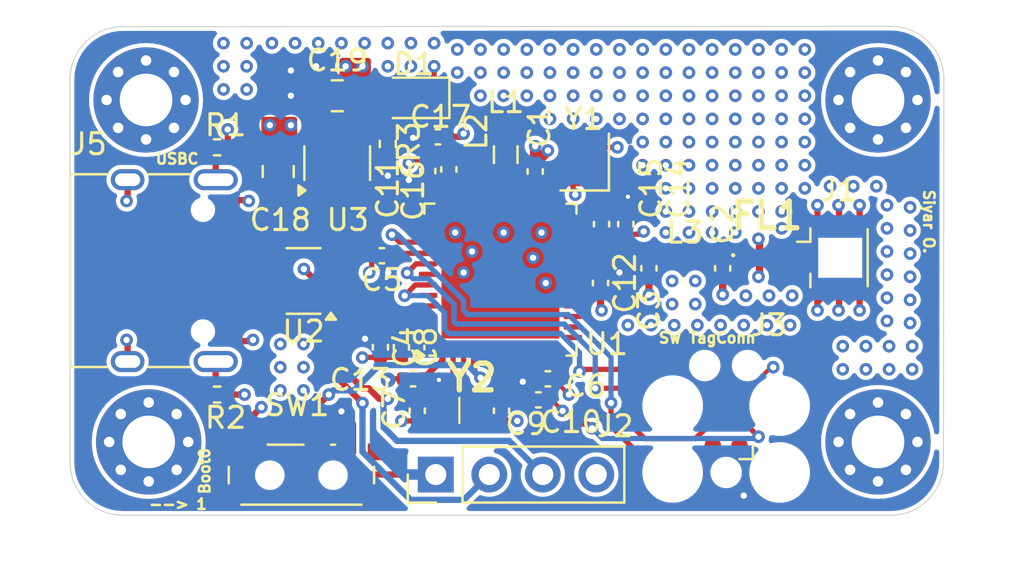
<source format=kicad_pcb>
(kicad_pcb (version 20240108) (generator "pcbnew") (generator_version "8.0")
  (layers (0 "F.Cu" signal) (1 "In1.Cu" power) (2 "In2.Cu" power) (31 "B.Cu" signal) (34 "B.Paste" user) (35 "F.Paste" user) (36 "B.SilkS" user "B.Silkscreen") (37 "F.SilkS" user "F.Silkscreen") (38 "B.Mask" user) (39 "F.Mask" user) (44 "Edge.Cuts" user))
  (net 0 "")
  (net 1 "VFBSMPS")
  (net 2 "GND")
  (net 3 "RF1")
  (net 4 "+3.3V")
  (net 5 "NRST")
  (net 6 "Net-(D1-A)")
  (net 7 "/USART1_Tx")
  (net 8 "/USART1_Rx")
  (net 11 "Net-(L1-Pad1)")
  (net 12 "VLXSMPS")
  (net 13 "/Boot0")
  (net 37 "/RF_MATCH")
  (net 38 "/LSE_in")
  (net 39 "/LSE_out")
  (net 40 "+5V")
  (net 41 "/RF_ANT")
  (net 42 "/SWO")
  (net 43 "/SWCLK")
  (net 44 "/SWDIO")
  (net 45 "/USB_D-")
  (net 46 "/USB_CC1")
  (net 47 "/USB_D+")
  (net 48 "/USB_CC2")
  (net 49 "/HSE_in")
  (net 50 "/HSE_out")
  (net 51 "/USBC_D-")
  (net 52 "/USBC_D+")
  (footprint "Resistor_SMD:R_0402_1005Metric" (layer "F.Cu") (at 140.5 120)
    (property "Reference" "R2")
    (property "Value" "5k1")
  )
  (footprint "Inductor_SMD:L_0402_1005Metric" (layer "F.Cu") (at 162.75 113.5 180)
    (property "Reference" "L3")
    (property "Value" "2.7n")
  )
  (footprint "FP:LPF" (layer "F.Cu") (at 166.25 113.477)
    (property "Reference" "FL1")
    (property "Value" "DLF162500LT-5028A1" (hide yes))
  )
  (footprint "Capacitor_SMD:C_0402_1005Metric" (layer "F.Cu") (at 151.5 109.3 90)
    (property "Reference" "C16")
    (property "Value" "100p")
  )
  (footprint "Connector_USB:USB_C_Receptacle_XKB_U262-16XN-4BVC11" (layer "F.Cu") (at 137.325 114.11 -90)
    (property "Reference" "J5")
    (property "Value" "USB_C_Receptacle_USB2.0_16P")
  )
  (footprint "Capacitor_SMD:C_0402_1005Metric" (layer "F.Cu") (at 158.7 114.7 -90)
    (property "Reference" "C12")
    (property "Value" "100n")
  )
  (footprint "Capacitor_SMD:C_0402_1005Metric" (layer "F.Cu") (at 155.75 120.25)
    (property "Reference" "C10")
    (property "Value" "0.1u")
  )
  (footprint "Capacitor_SMD:C_0402_1005Metric" (layer "F.Cu") (at 150.98 107.75)
    (property "Reference" "C17")
    (property "Value" "4u7")
  )
  (footprint "Capacitor_SMD:C_0402_1005Metric" (layer "F.Cu") (at 155.6 109.4 90)
    (property "Reference" "C1")
    (property "Value" "4u7")
  )
  (footprint "Capacitor_SMD:C_0402_1005Metric" (layer "F.Cu") (at 164.5 114 -90)
    (property "Reference" "C2")
    (property "Value" "0.3p")
  )
  (footprint "MountingHole:MountingHole_2.5mm_Pad_Via" (layer "F.Cu") (at 171.875 122.25)
    (property "Reference" "H3" (hide yes))
    (property "Value" "MountingHole_Pad")
  )
  (footprint "Package_TO_SOT_SMD:SOT-23-6" (layer "F.Cu") (at 144.6 114.6 180)
    (property "Reference" "U2")
    (property "Value" "USBLC6-2SC6")
  )
  (footprint "Capacitor_SMD:C_0402_1005Metric" (layer "F.Cu") (at 156.2 119.25)
    (property "Reference" "C6")
    (property "Value" "100n")
  )
  (footprint "Capacitor_SMD:C_0402_1005Metric" (layer "F.Cu") (at 149.8 119.25 180)
    (property "Reference" "C13")
    (property "Value" "100n")
  )
  (footprint "Capacitor_SMD:C_0402_1005Metric" (layer "F.Cu") (at 148.25 117.75 -90)
    (property "Reference" "C4")
    (property "Value" "4u7")
  )
  (footprint "MountingHole:MountingHole_2.5mm_Pad_Via" (layer "F.Cu") (at 137.25 122.25)
    (property "Reference" "H2" (hide yes))
    (property "Value" "MountingHole_Pad")
  )
  (footprint "Inductor_SMD:L_0805_2012Metric" (layer "F.Cu") (at 154.2 108.6 -90)
    (property "Reference" "L1")
    (property "Value" "10u")
  )
  (footprint "Capacitor_SMD:C_0805_2012Metric" (layer "F.Cu") (at 146.2 105.8)
    (property "Reference" "C19")
    (property "Value" "4u7")
  )
  (footprint "Connector_Coaxial:U.FL_Hirose_U.FL-R-SMT-1_Vertical" (layer "F.Cu") (at 169.55 113.5)
    (property "Reference" "J1")
    (property "Value" "Conn_Coaxial")
  )
  (footprint "LED_SMD:LED_0805_2012Metric" (layer "F.Cu") (at 149.84 105.9 180)
    (property "Reference" "D1")
    (property "Value" "GR")
  )
  (footprint "Capacitor_SMD:C_0805_2012Metric" (layer "F.Cu") (at 143.4 109.4 90)
    (property "Reference" "C18")
    (property "Value" "4u7")
  )
  (footprint "Resistor_SMD:R_0402_1005Metric" (layer "F.Cu") (at 148.6 108.09 90)
    (property "Reference" "R3")
    (property "Value" "1k")
  )
  (footprint "Resistor_SMD:R_0402_1005Metric" (layer "F.Cu") (at 140.5 108.25)
    (property "Reference" "R1")
    (property "Value" "5k1")
  )
  (footprint "MountingHole:MountingHole_2.5mm_Pad_Via" (layer "F.Cu") (at 137.125 106)
    (property "Reference" "H1" (hide yes))
    (property "Value" "MountingHole_Pad")
  )
  (footprint "Capacitor_SMD:C_0402_1005Metric" (layer "F.Cu") (at 150 120.77 -90)
    (property "Reference" "C7")
    (property "Value" "10p")
  )
  (footprint "FP:NX2012SA32768KSTDMUB1" (layer "F.Cu") (at 152 120.75 180)
    (property "Reference" "Y2")
    (property "Value" "32K768" (hide yes))
  )
  (footprint "Connector_PinHeader_2.54mm:PinHeader_1x04_P2.54mm_Vertical" (layer "F.Cu") (at 150.88 123.8 90)
    (property "Reference" "J2")
    (property "Value" "UART")
  )
  (footprint "MountingHole:MountingHole_2.5mm_Pad_Via" (layer "F.Cu") (at 171.875 106)
    (property "Reference" "H4" (hide yes))
    (property "Value" "MountingHole_Pad")
  )
  (footprint "Crystal:Crystal_SMD_2016-4Pin_2.0x1.6mm" (layer "F.Cu") (at 157.95 108.95 90)
    (property "Reference" "Y1")
    (property "Value" "32M")
  )
  (footprint "Capacitor_SMD:C_0402_1005Metric" (layer "F.Cu") (at 159.9 111.9 -90)
    (property "Reference" "C14")
    (property "Value" "100n")
  )
  (footprint "Package_DFN_QFN:QFN-48-1EP_7x7mm_P0.5mm_EP5.6x5.6mm" (layer "F.Cu") (at 153.95 114.5375 90)
    (property "Reference" "U1")
    (property "Value" "STM32WB55CEUx")
  )
  (footprint "Package_TO_SOT_SMD:SOT-23-5" (layer "F.Cu") (at 146.2 109 90)
    (property "Reference" "U3")
    (property "Value" "MIC5365-3.3YD5")
  )
  (footprint "Capacitor_SMD:C_0402_1005Metric" (layer "F.Cu") (at 149.25 117.75 -90)
    (property "Reference" "C8")
    (property "Value" "100n")
  )
  (footprint "Inductor_SMD:L_0402_1005Metric" (layer "F.Cu") (at 152.75 109.265 90)
    (property "Reference" "L2")
    (property "Value" "10n")
  )
  (footprint "Capacitor_SMD:C_0402_1005Metric" (layer "F.Cu") (at 148.32 113.4 180)
    (property "Reference" "C5")
    (property "Value" "100n")
  )
  (footprint "Connector:Tag-Connect_TC2030-IDC-FP_2x03_P1.27mm_Vertical" (layer "F.Cu") (at 164.665 121.16 90)
    (property "Reference" "J3")
    (property "Value" "SW_tag_conn")
  )
  (footprint "Capacitor_SMD:C_0402_1005Metric" (layer "F.Cu") (at 158.75 111.9 -90)
    (property "Reference" "C15")
    (property "Value" "100p")
  )
  (footprint "Capacitor_SMD:C_0402_1005Metric" (layer "F.Cu") (at 150.5 109.38 90)
    (property "Reference" "C11")
    (property "Value" "100n")
  )
  (footprint "Capacitor_SMD:C_0402_1005Metric" (layer "F.Cu") (at 161 114 -90)
    (property "Reference" "C3")
    (property "Value" "0.8p")
  )
  (footprint "Capacitor_SMD:C_0402_1005Metric" (layer "F.Cu") (at 154 120.77 -90)
    (property "Reference" "C9")
    (property "Value" "10p")
  )
  (footprint "Button_Switch_SMD:SW_SPDT_PCM12" (layer "F.Cu") (at 144.5 123.5)
    (property "Reference" "SW1")
    (property "Value" "SW_SPDT")
  )
  (gr_arc (start 174.982233 123.232233) (mid 174.25 125) (end 172.482233 125.732233) (stroke (width 0.05)) (layer "Edge.Cuts"))
  (gr_arc (start 172.5 102.5) (mid 174.267767 103.232233) (end 175 105) (stroke (width 0.05)) (layer "Edge.Cuts"))
  (gr_line (start 136.017767 125.732233) (end 172.482233 125.732233) (stroke (width 0.05)) (layer "Edge.Cuts"))
  (gr_line (start 174.982233 123.232233) (end 175 105) (stroke (width 0.05)) (layer "Edge.Cuts"))
  (gr_line (start 172.5 102.5) (end 136.017767 102.517767) (stroke (width 0.05)) (layer "Edge.Cuts"))
  (gr_arc (start 136.017767 125.732233) (mid 134.25 125) (end 133.517767 123.232233) (stroke (width 0.05)) (layer "Edge.Cuts"))
  (gr_line (start 133.517767 105.017767) (end 133.517767 123.232233) (stroke (width 0.05)) (layer "Edge.Cuts"))
  (gr_arc (start 133.517767 105.017767) (mid 134.25 103.25) (end 136.017767 102.517767) (stroke (width 0.05)) (layer "Edge.Cuts"))
  (gr_text "--> 1" (at 137.2 125.5 0) (layer "F.SilkS") (effects (font (size 0.5 0.5) (thickness 0.125) (bold yes)) (justify left bottom)))
  (gr_text "USBC" (at 138.6 108.8 0) (layer "F.SilkS") (effects (font (size 0.5 0.5) (thickness 0.125) (bold yes))))
  (gr_text "Siyar O.\n" (at 174 110.2 270) (layer "F.SilkS") (effects (font (size 0.5 0.5) (thickness 0.125) (bold yes)) (justify left bottom)))
  (gr_text "Boot0" (at 140.2 124.8 90) (layer "F.SilkS") (effects (font (size 0.5 0.5) (thickness 0.125) (bold yes)) (justify left bottom)))
  (gr_text "SW TagConn\n" (at 161.4 117.6 0) (layer "F.SilkS") (effects (font (size 0.5 0.5) (thickness 0.125) (bold yes)) (justify left bottom)))
  (segment (start 154.2 109.6625) (end 154.1375 109.6625) (width 0.5) (layer "F.Cu") (net 1))
  (segment (start 153.7 111.1) (end 153.7 110.5) (width 0.3) (layer "F.Cu") (net 1))
  (segment (start 154.2 109.6625) (end 155.3825 109.6625) (width 0.5) (layer "F.Cu") (net 1))
  (segment (start 153.7 110.1) (end 153.7 110.435982) (width 0.5) (layer "F.Cu") (net 1))
  (segment (start 154.1375 109.6625) (end 153.7 110.1) (width 0.5) (layer "F.Cu") (net 1))
  (segment (start 155.3825 109.6625) (end 155.6 109.88) (width 0.5) (layer "F.Cu") (net 1))
  (segment (start 140.995 110.76) (end 141.96 110.76) (width 0.3) (layer "F.Cu") (net 2))
  (segment (start 166.25 114.35) (end 166.2 114.4) (width 0.3493) (layer "F.Cu") (net 2))
  (segment (start 166.25 113.25) (end 166.25 112.65) (width 0.3493) (layer "F.Cu") (net 2))
  (segment (start 169 115.6) (end 169 116) (width 0.3) (layer "F.Cu") (net 2))
  (segment (start 170.025 114.975) (end 169.625 114.975) (width 0.3) (layer "F.Cu") (net 2))
  (segment (start 150 121.25) (end 149.25 121.25) (width 0.25) (layer "F.Cu") (net 2))
  (segment (start 151.46 107.75) (end 152.05 107.75) (width 0.3) (layer "F.Cu") (net 2))
  (segment (start 142.25 122.07) (end 142.25 120.95) (width 0.3) (layer "F.Cu") (net 2))
  (segment (start 153.2 113.7875) (end 153.95 114.5375) (width 0.3) (layer "F.Cu") (net 2))
  (segment (start 141.96 110.76) (end 142 110.8) (width 0.3) (layer "F.Cu") (net 2))
  (segment (start 169 111.6) (end 169 111) (width 0.3) (layer "F.Cu") (net 2))
  (segment (start 141.01 108.25) (end 141.01 107.41) (width 0.3) (layer "F.Cu") (net 2))
  (segment (start 157.3875 112.7875) (end 158.3425 112.7875) (width 0.25) (layer "F.Cu") (net 2))
  (segment (start 161 114.48) (end 161 115.25) (width 0.3493) (layer "F.Cu") (net 2))
  (segment (start 140.43 118.43) (end 140.43 119.42) (width 0.3) (layer "F.Cu") (net 2))
  (segment (start 140.995 117.46) (end 142.14 117.46) (width 0.3) (layer "F.Cu") (net 2))
  (segment (start 166.25 112.65) (end 166.2 112.6) (width 0.3493) (layer "F.Cu") (net 2))
  (segment (start 151.5 108.82) (end 150.58 108.82) (width 0.3) (layer "F.Cu") (net 2))
  (segment (start 149.32 119.25) (end 148.67071 119.25) (width 0.25) (layer "F.Cu") (net 2))
  (segment (start 156.68 119.48) (end 157.2 120) (width 0.2) (layer "F.Cu") (net 2))
  (segment (start 170.575 114.975) (end 171 115.4) (width 0.3) (layer "F.Cu") (net 2))
  (segment (start 136.25 118.43) (end 136.25 117.45) (width 0.3) (layer "F.Cu") (net 2))
  (segment (start 158.7 115.95) (end 158.75 116) (width 0.3493) (layer "F.Cu") (net 2))
  (segment (start 169.425 112.025) (end 169 111.6) (width 0.3) (layer "F.Cu") (net 2))
  (segment (start 170.025 112.025) (end 170.775 112.025) (width 0.3) (layer "F.Cu") (net 2))
  (segment (start 140.43 119.42) (end 141.01 120) (width 0.3) (layer "F.Cu") (net 2))
  (segment (start 154 121.25) (end 154.75 121.25) (width 0.25) (layer "F.Cu") (net 2))
  (segment (start 150.7775 105.9) (end 150.7775 104.4225) (width 0.3) (layer "F.Cu") (net 2))
  (segment (start 147.84 113.4) (end 147.84 114.08) (width 0.25) (layer "F.Cu") (net 2))
  (segment (start 150.58 108.82) (end 150.5 108.9) (width 0.3) (layer "F.Cu") (net 2))
  (segment (start 159.9 112.38) (end 160.62 112.38) (width 0.25) (layer "F.Cu") (net 2))
  (segment (start 166.25 113.704) (end 166.25 114.35) (width 0.3493) (layer "F.Cu") (net 2))
  (segment (start 141.01 120) (end 141.8 120) (width 0.3) (layer "F.Cu") (net 2))
  (segment (start 141.01 107.41) (end 141 107.4) (width 0.3) (layer "F.Cu") (net 2))
  (segment (start 169.625 114.975) (end 169 115.6) (width 0.3) (layer "F.Cu") (net 2))
  (segment (start 142.14 117.46) (end 142.2 117.4) (width 0.3) (layer "F.Cu") (net 2))
  (segment (start 158.75 112.38) (end 159.9 112.38) (width 0.25) (layer "F.Cu") (net 2))
  (segment (start 170.775 112.025) (end 171 111.8) (width 0.3) (layer "F.Cu") (net 2))
  (segment (start 150.5 108.9) (end 149.7 108.9) (width 0.3) (layer "F.Cu") (net 2))
  (segment (start 170.775 112.025) (end 170.8 112) (width 0.3) (layer "F.Cu") (net 2))
  (segment (start 156.23 120.25) (end 156.375 120.25) (width 0.2) (layer "F.Cu") (net 2))
  (segment (start 170.025 111.025) (end 170 111) (width 0.3) (layer "F.Cu") (net 2))
  (segment (start 158.3425 112.7875) (end 158.75 112.38) (width 0.25) (layer "F.Cu") (net 2))
  (segment (start 170.025 112.025) (end 170.025 111.025) (width 0.3) (layer "F.Cu") (net 2))
  (segment (start 171 115.4) (end 171 116) (width 0.3) (layer "F.Cu") (net 2))
  (segment (start 169.625 114.975) (end 169.4 115.2) (width 0.3) (layer "F.Cu") (net 2))
  (segment (start 160.62 112.38) (end 160.75 112.25) (width 0.25) (layer "F.Cu") (net 2))
  (segment (start 142.25 120.95) (end 142.6 120.6) (width 0.3) (layer "F.Cu") (net 2))
  (segment (start 165.3 119.89) (end 165.606435 119.89) (width 0.2) (layer "F.Cu") (net 2))
  (segment (start 136.25 110.75) (end 136.2 110.8) (width 0.3) (layer "F.Cu") (net 2))
  (segment (start 170.025 115.975) (end 170 116) (width 0.3) (layer "F.Cu") (net 2))
  (segment (start 145.182202 114.6) (end 144.615089 114.032887) (width 0.3) (layer "F.Cu") (net 2))
  (segment (start 140.43 108.83) (end 141.01 108.25) (width 0.3) (layer "F.Cu") (net 2))
  (segment (start 147.405465 118.23) (end 147.394141 118.241324) (width 0.25) (layer "F.Cu") (net 2))
  (segment (start 170.025 114.975) (end 170.575 114.975) (width 0.3) (layer "F.Cu") (net 2))
  (segment (start 155.6 108.92) (end 155.6 108.2) (width 0.5) (layer "F.Cu") (net 2))
  (segment (start 157.4 110.4) (end 157.5 110.5) (width 0.25) (layer "F.Cu") (net 2))
  (segment (start 158.5 108.25) (end 159.5 108.25) (width 0.25) (layer "F.Cu") (net 2))
  (segment (start 171 111.8) (end 171 111) (width 0.3) (layer "F.Cu") (net 2))
  (segment (start 136.25 117.45) (end 136.2 117.4) (width 0.3) (layer "F.Cu") (net 2))
  (segment (start 155.68 108.92) (end 156.2 108.4) (width 0.5) (layer "F.Cu") (net 2))
  (segment (start 149.25 118.23) (end 148.25 118.23) (width 0.25) (layer "F.Cu") (net 2))
  (segment (start 169.425 112.025) (end 169.2 111.8) (width 0.3) (layer "F.Cu") (net 2))
  (segment (start 164.5 114.48) (end 164.5 115.25) (width 0.3493) (layer "F.Cu") (net 2))
  (segment (start 155.6 108.92) (end 155.68 108.92) (width 0.5) (layer "F.Cu") (net 2))
  (segment (start 170.025 112.025) (end 169.425 112.025) (width 0.3) (layer "F.Cu") (net 2))
  (segment (start 158.7 115.18) (end 158.7 115.95) (width 0.3493) (layer "F.Cu") (net 2))
  (segment (start 157.4 109.65) (end 157.4 110.4) (width 0.25) (layer "F.Cu") (net 2))
  (segment (start 145.7375 114.6) (end 145.182202 114.6) (width 0.3) (layer "F.Cu") (net 2))
  (segment (start 150.7775 104.4225) (end 150.8 104.4) (width 0.3) (layer "F.Cu") (net 2))
  (segment (start 170.025 114.975) (end 170.025 115.975) (width 0.3) (layer "F.Cu") (net 2))
  (segment (start 153.2 111.1) (end 153.2 113.7875) (width 0.3) (layer "F.Cu") (net 2))
  (segment (start 136.25 109.79) (end 136.25 110.75) (width 0.3) (layer "F.Cu") (net 2))
  (segment (start 170.575 114.975) (end 170.8 115.2) (width 0.3) (layer "F.Cu") (net 2))
  (segment (start 148.25 118.23) (end 147.405465 118.23) (width 0.25) (layer "F.Cu") (net 2))
  (segment (start 148.67071 119.25) (end 148.62071 119.3) (width 0.25) (layer "F.Cu") (net 2))
  (segment (start 152.05 107.75) (end 152.2 107.6) (width 0.3) (layer "F.Cu") (net 2))
  (segment (start 165.606435 119.89) (end 166.796435 118.7) (width 0.2) (layer "F.Cu") (net 2))
  (segment (start 156.375 120.25) (end 156.9 120.775) (width 0.2) (layer "F.Cu") (net 2))
  (segment (start 156.68 119.25) (end 156.68 119.48) (width 0.2) (layer "F.Cu") (net 2))
  (segment (start 166.796435 118.7) (end 166.9 118.7) (width 0.2) (layer "F.Cu") (net 2))
  (segment (start 149.7 108.9) (end 149.6 109) (width 0.3) (layer "F.Cu") (net 2))
  (segment (start 140.43 109.79) (end 140.43 108.83) (width 0.3) (layer "F.Cu") (net 2))
  (segment (start 147.84 114.08) (end 147.72 114.2) (width 0.25) (layer "F.Cu") (net 2))
  (via (at 154.1 104.7) (size 0.6) (drill 0.3) (layers "F.Cu" "B.Cu") (net 2))
  (via (at 171.3 118.8) (size 0.6) (drill 0.3) (layers "F.Cu" "B.Cu") (net 2))
  (via (at 157.4 103.6) (size 0.6) (drill 0.3) (layers "F.Cu" "B.Cu") (net 2))
  (via (at 164 103.6) (size 0.6) (drill 0.3) (layers "F.Cu" "B.Cu") (net 2))
  (via (at 167.3 105.8) (size 0.6) (drill 0.3) (layers "F.Cu" "B.Cu") (net 2))
  (via (at 167.3 110.2) (size 0.6) (drill 0.3) (layers "F.Cu" "B.Cu") (net 2))
  (via (at 162.9 109.1) (size 0.6) (drill 0.3) (layers "F.Cu" "B.Cu") (net 2))
  (via (at 168.4 110.2) (size 0.6) (drill 0.3) (layers "F.Cu" "B.Cu") (net 2))
  (via (at 155.2 105.8) (size 0.6) (drill 0.3) (layers "F.Cu" "B.Cu") (net 2))
  (via (at 167.3 111.3) (size 0.6) (drill 0.3) (layers "F.Cu" "B.Cu") (net 2))
  (via (at 146.6 104.4) (size 0.6) (drill 0.3) (layers "F.Cu" "B.Cu") (net 2))
  (via (at 173.4 111.1) (size 0.6) (drill 0.3) (layers "F.Cu" "B.Cu") (net 2))
  (via (at 169 111) (size 0.6) (drill 0.3) (layers "F.Cu" "B.Cu") (net 2))
  (via (at 162.9 103.6) (size 0.6) (drill 0.3) (layers "F.Cu" "B.Cu") (net 2))
  (via (at 166.2 103.6) (size 0.6) (drill 0.3) (layers "F.Cu" "B.Cu") (net 2))
  (via (at 157.5 110.5) (size 0.6) (drill 0.3) (layers "F.Cu" "B.Cu") (net 2))
  (via (at 164 109.1) (size 0.6) (drill 0.3) (layers "F.Cu" "B.Cu") (net 2))
  (via (at 173.4 114.4) (size 0.6) (drill 0.3) (layers "F.Cu" "B.Cu") (net 2))
  (via (at 144 107.2) (size 0.6) (drill 0.3) (layers "F.Cu" "B.Cu") (net 2))
  (via (at 154.1 105.8) (size 0.6) (drill 0.3) (layers "F.Cu" "B.Cu") (net 2))
  (via (at 162.9 111.3) (size 0.6) (drill 0.3) (layers "F.Cu" "B.Cu") (net 2))
  (via (at 173.5 118.8) (size 0.6) (drill 0.3) (layers "F.Cu" "B.Cu") (net 2))
  (via (at 154.1 112.3) (size 0.6) (drill 0.3) (layers "F.Cu" "B.Cu") (net 2))
  (via (at 147.394141 118.241324) (size 0.6) (drill 0.3) (layers "F.Cu" "B.Cu") (net 2))
  (via (at 173.4 112.2) (size 0.6) (drill 0.3) (layers "F.Cu" "B.Cu") (net 2))
  (via (at 170 116) (size 0.6) (drill 0.3) (layers "F.Cu" "B.Cu") (net 2))
  (via (at 152.6 113.2) (size 0.6) (drill 0.3) (layers "F.Cu" "B.Cu") (net 2))
  (via (at 164 110.2) (size 0.6) (drill 0.3) (layers "F.Cu" "B.Cu") (net 2))
  (via (at 155.6 108.2) (size 0.6) (drill 0.3) (layers "F.Cu" "B.Cu") (net 2))
  (via (at 160.7 104.7) (size 0.6) (drill 0.3) (layers "F.Cu" "B.Cu") (net 2))
  (via (at 168.4 103.6) (size 0.6) (drill 0.3) (layers "F.Cu" "B.Cu") (net 2))
  (via (at 141.8 120) (size 0.6) (drill 0.3) (layers "F.Cu" "B.Cu") (net 2))
  (via (at 172.3 113.2) (size 0.6) (drill 0.3) (layers "F.Cu" "B.Cu") (net 2))
  (via (at 151.9 103.6) (size 0.6) (drill 0.3) (layers "F.Cu" "B.Cu") (net 2))
  (via (at 171.8 110.1) (size 0.6) (drill 0.3) (layers "F.Cu" "B.Cu") (net 2))
  (via (at 156.2 108.4) (size 0.6) (drill 0.3) (layers "F.Cu" "B.Cu") (net 2))
  (via (at 165.1 106.9) (size 0.6) (drill 0.3) (layers "F.Cu" "B.Cu") (net 2))
  (via (at 166.7 115.3) (size 0.6) (drill 0.3) (layers "F.Cu" "B.Cu") (net 2))
  (via (at 164.5 115.25) (size 0.6) (drill 0.3) (layers "F.Cu" "B.Cu") (net 2))
  (via (at 136.2 110.8) (size 0.6) (drill 0.3) (layers "F.Cu" "B.Cu") (net 2))
  (via (at 141.9 104.4) (size 0.6) (drill 0.3) (layers "F.Cu" "B.Cu") (net 2))
  (via (at 156.3 104.7) (size 0.6) (drill 0.3) (layers "F.Cu" "B.Cu") (net 2))
  (via (at 147.4 104.4) (size 0.6) (drill 0.3) (layers "F.Cu" "B.Cu") (net 2))
  (via (at 161.1 116.7) (size 0.6) (drill 0.3) (layers "F.Cu" "B.Cu") (net 2))
  (via (at 142.6 120.6) (size 0.6) (drill 0.3) (layers "F.Cu" "B.Cu") (net 2))
  (via (at 157.4 106.9) (size 0.6) (drill 0.3) (layers "F.Cu" "B.Cu") (net 2))
  (via (at 158.5 105.8) (size 0.6) (drill 0.3) (layers "F.Cu" "B.Cu") (net 2))
  (via (at 173.4 115.5) (size 0.6) (drill 0.3) (layers "F.Cu" "B.Cu") (net 2))
  (via (at 152.2 114.2) (size 0.6) (drill 0.3) (layers "F.Cu" "B.Cu") (net 2))
  (via (at 148.6 104.4) (size 0.6) (drill 0.3) (layers "F.Cu" "B.Cu") (net 2))
  (via (at 148.6 103.3) (size 0.6) (drill 0.3) (layers "F.Cu" "B.Cu") (net 2))
  (via (at 164.4 116.7) (size 0.6) (drill 0.3) (layers "F.Cu" "B.Cu") (net 2))
  (via (at 159.6 103.6) (size 0.6) (drill 0.3) (layers "F.Cu" "B.Cu") (net 2))
  (via (at 164 104.7) (size 0.6) (drill 0.3) (layers "F.Cu" "B.Cu") (net 2))
  (via (at 161.8 105.8) (size 0.6) (drill 0.3) (layers "F.Cu" "B.Cu") (net 2))
  (via (at 144.6 119.8) (size 0.6) (drill 0.3) (layers "F.Cu" "B.Cu") (net 2))
  (via (at 159.6 104.7) (size 0.6) (drill 0.3) (layers "F.Cu" "B.Cu") (net 2))
  (via (at 172.3 111) (size 0.6) (drill 0.3) (layers "F.Cu" "B.Cu") (net 2))
  (via (at 159.6 106.9) (size 0.6) (drill 0.3) (layers "F.Cu" "B.Cu") (net 2))
  (via (at 171 111) (size 0.6) (drill 0.3) (layers "F.Cu" "B.Cu") (net 2))
  (via (at 143.5 118.7) (size 0.6) (drill 0.3) (layers "F.Cu" "B.Cu") (net 2))
  (via (at 158.75 116) (size 0.6) (drill 0.3) (layers "F.Cu" "B.Cu") (net 2))
  (via (at 157.4 105.8) (size 0.6) (drill 0.3) (layers "F.Cu" "B.Cu") (net 2))
  (via (at 153 105.8) (size 0.6) (drill 0.3) (layers "F.Cu" "B.Cu") (net 2))
  (via (at 165.1 112.3) (size 0.6) (drill 0.3) (layers "F.Cu" "B.Cu") (net 2))
  (via (at 166.9 118.7) (size 0.6) (drill 0.3) (layers "F.Cu" "B.Cu") (net 2))
  (via (at 166.2 109.1) (size 0.6) (drill 0.3) (layers "F.Cu" "B.Cu") (net 2))
  (via (at 147.5 103.3) (size 0.6) (drill 0.3) (layers "F.Cu" "B.Cu") (net 2))
  (via (at 161.8 108) (size 0.6) (drill 0.3) (layers "F.Cu" "B.Cu") (net 2))
  (via (at 161.8 103.6) (size 0.6) (drill 0.3) (layers "F.Cu" "B.Cu") (net 2))
  (via (at 164 105.8) (size 0.6) (drill 0.3) (layers "F.Cu" "B.Cu") (net 2))
  (via (at 148.62071 119.3) (size 0.7) (drill 0.2) (layers "F.Cu" "B.Cu") (net 2))
  (via (at 156.3 105.8) (size 0.6) (drill 0.3) (layers "F.Cu" "B.Cu") (net 2))
  (via (at 156.1 114.7) (size 0.6) (drill 0.3) (layers "F.Cu" "B.Cu") (net 2))
  (via (at 168.4 105.8) (size 0.6) (drill 0.3) (layers "F.Cu" "B.Cu") (net 2))
  (via (at 162.9 110.2) (size 0.6) (drill 0.3) (layers "F.Cu" "B.Cu") (net 2))
  (via (at 166.2 112.6) (size 0.6) (drill 0.3) (layers "F.Cu" "B.Cu") (net 2))
  (via (at 161.8 106.9) (size 0.6) (drill 0.3) (layers "F.Cu" "B.Cu") (net 2))
  (via (at 156.3 106.9) (size 0.6) (drill 0.3) (layers "F.Cu" "B.Cu") (net 2))
  (via (at 165.1 111.3) (size 0.6) (drill 0.3) (layers "F.Cu" "B.Cu") (net 2))
  (via (at 162.9 105.8) (size 0.6) (drill 0.3) (layers "F.Cu" "B.Cu") (net 2))
  (via (at 157.2 120) (size 0.6) (drill 0.3) (layers "F.Cu" "B.Cu") (net 2))
  (via (at 156.3 103.6) (size 0.6) (drill 0.3) (layers "F.Cu" "B.Cu") (net 2))
  (via (at 141.9 105.5) (size 0.6) (drill 0.3) (layers "F.Cu" "B.Cu") (net 2))
  (via (at 142 110.8) (size 0.6) (drill 0.3) (layers "F.Cu" "B.Cu") (net 2))
  (via (at 144.2 103.3) (size 0.6) (drill 0.3) (layers "F.Cu" "B.Cu") (net 2))
  (via (at 167.8 115.3) (size 0.6) (drill 0.3) (layers "F.Cu" "B.Cu") (net 2))
  (via (at 162.9 112.3) (size 0.6) (drill 0.3) (layers "F.Cu" "B.Cu") (net 2))
  (via (at 167.3 108) (size 0.6) (drill 0.3) (layers "F.Cu" "B.Cu") (net 2))
  (via (at 168.4 109.1) (size 0.6) (drill 0.3) (layers "F.Cu" "B.Cu") (net 2))
  (via (at 166.2 106.9) (size 0.6) (drill 0.3) (layers "F.Cu" "B.Cu") (net 2))
  (via (at 167.3 104.7) (size 0.6) (drill 0.3) (layers "F.Cu" "B.Cu") (net 2))
  (via (at 154.75 121.25) (size 0.6) (drill 0.3) (layers "F.Cu" "B.Cu") (net 2))
  (via (at 142.2 117.4) (size 0.6) (drill 0.3) (layers "F.Cu" "B.Cu") (net 2))
  (via (at 172.4 118.8) (size 0.6) (drill 0.3) (layers "F.Cu" "B.Cu") (net 2))
  (via (at 151.8 112.3) (size 0.6) (drill 0.3) (layers "F.Cu" "B.Cu") (net 2))
  (via (at 172.3 112.1) (size 0.6) (drill 0.3) (layers "F.Cu" "B.Cu") (net 2))
  (via (at 167.3 103.6) (size 0.6) (drill 0.3) (layers "F.Cu" "B.Cu") (net 2))
  (via (at 169.6 110.1) (size 0.6) (drill 0.3) (layers "F.Cu" "B.Cu") (net 2))
  (via (at 158.5 103.6) (size 0.6) (drill 0.3) (layers "F.Cu" "B.Cu") (net 2))
  (via (at 160.7 103.6) (size 0.6) (drill 0.3) (layers "F.Cu" "B.Cu") (net 2))
  (via (at 166.2 105.8) (size 0.6) (drill 0.3) (layers "F.Cu" "B.Cu") (net 2))
  (via (at 165.6 115.3) (size 0.6) (drill 0.3) (layers "F.Cu" "B.Cu") (net 2))
  (via (at 161.8 109.1) (size 0.6) (drill 0.3) (layers "F.Cu" "B.Cu") (net 2))
  (via (at 153 103.6) (size 0.6) (drill 0.3) (layers "F.Cu" "B.Cu") (net 2))
  (via (at 163.2 115.7) (size 0.6) (drill 0.3) (layers "F.Cu" "B.Cu") (net 2))
  (via (at 155.2 104.7) (size 0.6) (drill 0.3) (layers "F.Cu" "B.Cu") (net 2))
  (via (at 154.1 103.6) (size 0.6) (drill 0.3) (layers "F.Cu" "B.Cu") (net 2))
  (via (at 166.2 114.4) (size 0.6) (drill 0.3) (layers "F.Cu" "B.Cu") (net 2))
  (via (at 157.4 104.7) (size 0.6) (drill 0.3) (layers "F.Cu" "B.Cu") (net 2))
  (via (at 173.4 116.6) (size 0.6) (drill 0.3) (layers "F.Cu" "B.Cu") (net 2))
  (via (at 140.8 104.4) (size 0.6) (drill 0.3) (layers "F.Cu" "B.Cu") (net 2))
  (via (at 170.2 118.8) (size 0.6) (drill 0.3) (layers "F.Cu" "B.Cu") (net 2))
  (via (at 150.8 104.4) (size 0.6) (drill 0.3) (layers "F.Cu" "B.Cu") (net 2))
  (via (at 164 112.3) (size 0.6) (drill 0.3) (layers "F.Cu" "B.Cu") (net 2))
  (via (at 162.2 116.7) (size 0.6) (drill 0.3) (layers "F.Cu" "B.Cu") (net 2))
  (via (at 144.6 118.7) (size 0.6) (drill 0.3) (layers "F.Cu" "B.Cu") (net 2))
  (via (at 147.72 114.2) (size 0.6) (drill 0.3) (layers "F.Cu" "B.Cu") (net 2))
  (via (at 160.75 112.25) (size 0.6) (drill 0.3) (layers "F.Cu" "B.Cu") (net 2))
  (via (at 140.8 105.5) (size 0.6) (drill 0.3) (layers "F.Cu" "B.Cu") (net 2))
  (via (at 164 108) (size 0.6) (drill 0.3) (layers "F.Cu" "B.Cu") (net 2))
  (via (at 159.6 105.8) (size 0.6) (drill 0.3) (layers "F.Cu" "B.Cu") (net 2))
  (via (at 171.3 117.7) (size 0.6) (drill 0.3) (layers "F.Cu" "B.Cu") (net 2))
  (via (at 136.2 117.4) (size 0.6) (drill 0.3) (layers "F.Cu" "B.Cu") (net 2))
  (via (at 167.3 106.9) (size 0.6) (drill 0.3) (layers "F.Cu" "B.Cu") (net 2))
  (via (at 167.7 116.7) (size 0.6) (drill 0.3) (layers "F.Cu" "B.Cu") (net 2))
  (via (at 150.8 103.3) (size 0.6) (drill 0.3) (layers "F.Cu" "B.Cu") (net 2))
  (via (at 159.5 108.25) (size 0.6) (drill 0.3) (layers "F.Cu" "B.Cu") (net 2))
  (via (at 168.4 104.7) (size 0.6) (drill 0.3) (layers "F.Cu" "B.Cu") (net 2))
  (via (at 144.615089 114.032887) (size 0.6) (drill 0.3) (layers "F.Cu" "B.Cu") (net 2))
  (via (at 152.2 107.6) (size 0.6) (drill 0.3) (layers "F.Cu" "B.Cu") (net 2))
  (via (at 173.5 117.7) (size 0.6) (drill 0.3) (layers "F.Cu" "B.Cu") (net 2))
  (via (at 161.8 110.2) (size 0.6) (drill 0.3) (layers "F.Cu" "B.Cu") (net 2))
  (via (at 171 116) (size 0.6) (drill 0.3) (layers "F.Cu" "B.Cu") (net 2))
  (via (at 156.9 120.775) (size 0.6) (drill 0.3) (layers "F.Cu" "B.Cu") (net 2))
  (via (at 169 116) (size 0.6) (drill 0.3) (layers "F.Cu" "B.Cu") (net 2))
  (via (at 143 107.2) (size 0.6) (drill 0.3) (layers "F.Cu" "B.Cu") (net 2))
  (via (at 166.6 116.7) (size 0.6) (drill 0.3) (layers "F.Cu" "B.Cu") (net 2))
  (via (at 144.6 117.6) (size 0.6) (drill 0.3) (layers "F.Cu" "B.Cu") (net 2))
  (via (at 160 116.7) (size 0.6) (drill 0.3) (layers "F.Cu" "B.Cu") (net 2))
  (via (at 153 104.7) (size 0.6) (drill 0.3) (layers "F.Cu" "B.Cu") (net 2))
  (via (at 160.7 108) (size 0.6) (drill 0.3) (layers "F.Cu" "B.Cu") (net 2))
  (via (at 166.2 104.7) (size 0.6) (drill 0.3) (layers "F.Cu" "B.Cu") (net 2))
  (via (at 160.7 105.8) (size 0.6) (drill 0.3) (layers "F.Cu" "B.Cu") (net 2))
  (via (at 172.3 115.4) (size 0.6) (drill 0.3) (layers "F.Cu" "B.Cu") (net 2))
  (via (at 143.5 119.8) (size 0.6) (drill 0.3) (layers "F.Cu" "B.Cu") (net 2))
  (via (at 158.5 104.7) (size 0.6) (drill 0.3) (layers "F.Cu" "B.Cu") (net 2))
  (via (at 162.1 115.7) (size 0.6) (drill 0.3) (layers "F.Cu" "B.Cu") (net 2))
  (via (at 166.2 110.2) (size 0.6) (drill 0.3) (layers "F.Cu" "B.Cu") (net 2))
  (via (at 161.8 104.7) (size 0.6) (drill 0.3) (layers "F.Cu" "B.Cu") (net 2))
  (via (at 155.2 103.6) (size 0.6) (drill 0.3) (layers "F.Cu" "B.Cu") (net 2))
  (via (at 143.1 103.3) (size 0.6) (drill 0.3) (layers "F.Cu" "B.Cu") (net 2))
  (via (at 143.5 117.6) (size 0.6) (drill 0.3) (layers "F.Cu" "B.Cu") (net 2))
  (via (at 161 115.25) (size 0.6) (drill 0.3) (layers "F.Cu" "B.Cu") (net 2))
  (via (at 168.4 106.9) (size 0.6) (drill 0.3) (layers "F.Cu" "B.Cu") (net 2))
  (via (at 163.2 114.6) (size 0.6) (drill 0.3) (layers "F.Cu" "B.Cu") (net 2))
  (via (at 149.7 104.4) (size 0.6) (drill 0.3) (layers "F.Cu" "B.Cu") (net 2))
  (via (at 170.7 110.1) (size 0.6) (drill 0.3) (layers "F.Cu" "B.Cu") (net 2))
  (via (at 170 111) (size 0.6) (drill 0.3) (layers "F.Cu" "B.Cu") (net 2))
  (via (at 172.3 116.5) (size 0.6) (drill 0.3) (layers "F.Cu" "B.Cu") (net 2))
  (via (at 167.3 112.1) (size 0.6) (drill 0.3) (layers "F.Cu" "B.Cu") (net 2))
  (via (at 165.1 110.2) (size 0.6) (drill 0.3) (layers "F.Cu" "B.Cu") (net 2))
  (via (at 149.7 103.3) (size 0.6) (drill 0.3) (layers "F.Cu" "B.Cu") (net 2))
  (via (at 168.4 108) (size 0.6) (drill 0.3) (layers "F.Cu" "B.Cu") (net 2))
  (via (at 158.5 106.9) (size 0.6) (drill 0.3) (layers "F.Cu" "B.Cu") (net 2))
  (via (at 165.1 109.1) (size 0.6) (drill 0.3) (layers "F.Cu" "B.Cu") (net 2))
  (via (at 161.8 112.3) (size 0.6) (drill 0.3) (layers "F.Cu" "B.Cu") (net 2))
  (via (at 162.9 106.9) (size 0.6) (drill 0.3) (layers "F.Cu" "B.Cu") (net 2))
  (via (at 165.1 105.8) (size 0.6) (drill 0.3) (layers "F.Cu" "B.Cu") (net 2))
  (via (at 155.9 112.3) (size 0.6) (drill 0.3) (layers "F.Cu" "B.Cu") (net 2))
  (via (at 162.9 108) (size 0.6) (drill 0.3) (layers "F.Cu" "B.Cu") (net 2))
  (via (at 141 107.4) (size 0.6) (drill 0.3) (layers "F.Cu" "B.Cu") (net 2))
  (via (at 163.3 116.7) (size 0.6) (drill 0.3) (layers "F.Cu" "B.Cu") (net 2))
  (via (at 149.25 121.25) (size 0.6) (drill 0.3) (layers "F.Cu" "B.Cu") (net 2))
  (via (at 140.8 103.3) (size 0.6) (drill 0.3) (layers "F.Cu" "B.Cu") (net 2))
  (via (at 164 111.3) (size 0.6) (drill 0.3) (layers "F.Cu" "B.Cu") (net 2))
  (via (at 166.2 108) (size 0.6) (drill 0.3) (layers "F.Cu" "B.Cu") (net 2))
  (via (at 160.7 109.1) (size 0.6) (drill 0.3) (layers "F.Cu" "B.Cu") (net 2))
  (via (at 141.9 103.3) (size 0.6) (drill 0.3) (layers "F.Cu" "B.Cu") (net 2))
  (via (at 165.5 116.7) (size 0.6) (drill 0.3) (layers "F.Cu" "B.Cu") (net 2))
  (via (at 161.8 111.3) (size 0.6) (drill 0.3) (layers "F.Cu" "B.Cu") (net 2))
  (via (at 155.5 113.5) (size 0.6) (drill 0.3) (layers "F.Cu" "B.Cu") (net 2))
  (via (at 151.9 104.7) (size 0.6) (drill 0.3) (layers "F.Cu" "B.Cu") (net 2))
  (via (at 173.4 113.3) (size 0.6) (drill 0.3) (layers "F.Cu" "B.Cu") (net 2))
  (via (at 162.1 114.6) (size 0.6) (drill 0.3) (layers "F.Cu" "B.Cu") (net 2))
  (via (at 160.7 106.9) (size 0.6) (drill 0.3) (layers "F.Cu" "B.Cu") (net 2))
  (via (at 149.6 109) (size 0.6) (drill 0.3) (layers "F.Cu" "B.Cu") (net 2))
  (via (at 166.2 111.3) (size 0.6) (drill 0.3) (layers "F.Cu" "B.Cu") (net 2))
  (via (at 145.3 103.3) (size 0.6) (drill 0.3) (layers "F.Cu" "B.Cu") (net 2))
  (via (at 167.3 109.1) (size 0.6) (drill 0.3) (layers "F.Cu" "B.Cu") (net 2))
  (via (at 165.1 108) (size 0.6) (drill 0.3) (layers "F.Cu" "B.Cu") (net 2))
  (via (at 170.2 117.7) (size 0.6) (drill 0.3) (layers "F.Cu" "B.Cu") (net 2))
  (via (at 172.4 117.7) (size 0.6) (drill 0.3) (layers "F.Cu" "B.Cu") (net 2))
  (via (at 146.4 103.3) (size 0.6) (drill 0.3) (layers "F.Cu" "B.Cu") (net 2))
  (via (at 164 106.9) (size 0.6) (drill 0.3) (layers "F.Cu" "B.Cu") (net 2))
  (via (at 165.1 103.6) (size 0.6) (drill 0.3) (layers "F.Cu" "B.Cu") (net 2))
  (via (at 165.1 104.7) (size 0.6) (drill 0.3) (layers "F.Cu" "B.Cu") (net 2))
  (via (at 162.9 104.7) (size 0.6) (drill 0.3) (layers "F.Cu" "B.Cu") (net 2))
  (via (at 172.3 114.3) (size 0.6) (drill 0.3) (layers "F.Cu" "B.Cu") (net 2))
  (segment (start 162.245 113.52) (end 162.265 113.5) (width 0.3493) (layer "F.Cu") (net 3))
  (segment (start 157.3875 113.2875) (end 160.7675 113.2875) (width 0.3493) (layer "F.Cu") (net 3))
  (segment (start 160.7675 113.2875) (end 161 113.52) (width 0.3493) (layer "F.Cu") (net 3))
  (segment (start 161 113.52) (end 162.245 113.52) (width 0.3493) (layer "F.Cu") (net 3))
  (segment (start 150.5 107.75) (end 149.85 107.75) (width 0.3) (layer "F.Cu") (net 4))
  (segment (start 159.9 111.42) (end 159.9 110.7) (width 0.25) (layer "F.Cu") (net 4))
  (segment (start 147.43 123.8) (end 146.75 123.12) (width 0.3) (layer "F.Cu") (net 4))
  (segment (start 148.6 108.6) (end 148.6 109.6) (width 0.3) (layer "F.Cu") (net 4))
  (segment (start 165.3 122.43) (end 165.5353 122.6653) (width 0.25) (layer "F.Cu") (net 4))
  (segment (start 155.27 118.8) (end 155.72 119.25) (width 0.3) (layer "F.Cu") (net 4))
  (segment (start 150.975 119.25) (end 151.025 119.3) (width 0.3) (layer "F.Cu") (net 4))
  (segment (start 154.725 118) (end 154.725 118.525) (width 0.3) (layer "F.Cu") (net 4))
  (segment (start 146.75 122.07) (end 146.75 121.15) (width 0.3) (layer "F.Cu") (net 4))
  (segment (start 150.93 118.6) (end 150.28 119.25) (width 0.3) (layer "F.Cu") (net 4))
  (segment (start 148.8 114.020003) (end 148.620003 114.2) (width 0.25) (layer "F.Cu") (net 4))
  (segment (start 148.8 113.4) (end 148.8 114.020003) (width 0.25) (layer "F.Cu") (net 4))
  (segment (start 148.2675 117.2875) (end 148.25 117.27) (width 0.25) (layer "F.Cu") (net 4))
  (segment (start 151.2 118.4) (end 151 118.6) (width 0.3) (layer "F.Cu") (net 4))
  (segment (start 151.7 111.1) (end 151.7 109.98) (width 0.3) (layer "F.Cu") (net 4))
  (segment (start 165.5353 124.7647) (end 165.5 124.8) (width 0.25) (layer "F.Cu") (net 4))
  (segment (start 165.5353 122.6653) (end 165.5353 124.7647) (width 0.25) (layer "F.Cu") (net 4))
  (segment (start 150.5 109.86) (end 149.66 109.86) (width 0.3) (layer "F.Cu") (net 4))
  (segment (start 159.9 110.7) (end 160 110.6) (width 0.25) (layer "F.Cu") (net 4))
  (segment (start 157.3875 112.2875) (end 157.9625 112.2875) (width 0.25) (layer "F.Cu") (net 4))
  (segment (start 147.600711 117.27) (end 147.520478 117.350233) (width 0.25) (layer "F.Cu") (net 4))
  (segment (start 149.85 107.75) (end 149.8 107.8) (width 0.3) (layer "F.Cu") (net 4))
  (segment (start 146.75 123.12) (end 146.75 122.07) (width 0.3) (layer "F.Cu") (net 4))
  (segment (start 149.66 109.86) (end 149.6 109.8) (width 0.3) (layer "F.Cu") (net 4))
  (segment (start 152.2 111.1) (end 151.7 111.1) (width 0.3) (layer "F.Cu") (net 4))
  (segment (start 157.3875 113.7875) (end 158.2675 113.7875) (width 0.25) (layer "F.Cu") (net 4))
  (segment (start 157.9625 112.2875) (end 158.115 112.135) (width 0.25) (layer "F.Cu") (net 4))
  (segment (start 154.7 117.975) (end 154.725 118) (width 0.3) (layer "F.Cu") (net 4))
  (segment (start 158.115 112.04351) (end 158.73851 111.42) (width 0.25) (layer "F.Cu") (net 4))
  (segment (start 158.115 112.135) (end 158.115 112.04351) (width 0.25) (layer "F.Cu") (net 4))
  (segment (start 158.2675 113.7875) (end 158.7 114.22) (width 0.25) (layer "F.Cu") (net 4))
  (segment (start 159.58 114.22) (end 159.6 114.2) (width 0.25) (layer "F.Cu") (net 4))
  (segment (start 151.42 109.86) (end 151.5 109.78) (width 0.3) (layer "F.Cu") (net 4))
  (segment (start 148.25 117.27) (end 147.600711 117.27) (width 0.25) (layer "F.Cu") (net 4))
  (segment (start 158.75 111.42) (end 159.9 111.42) (width 0.25) (layer "F.Cu") (net 4))
  (segment (start 158.7 114.22) (end 159.58 114.22) (width 0.25) (layer "F.Cu") (net 4))
  (segment (start 155 118.8) (end 155.27 118.8) (width 0.3) (layer "F.Cu") (net 4))
  (segment (start 148.9125 113.2875) (end 148.8 113.4) (width 0.25) (layer "F.Cu") (net 4))
  (segment (start 151.7 109.98) (end 151.5 109.78) (width 0.3) (layer "F.Cu") (net 4))
  (segment (start 150.5125 117.2875) (end 148.2675 117.2875) (width 0.25) (layer "F.Cu") (net 4))
  (segment (start 150.5125 113.2875) (end 148.9125 113.2875) (width 0.25) (layer "F.Cu") (net 4))
  (segment (start 150.5 109.86) (end 151.42 109.86) (width 0.3) (layer "F.Cu") (net 4))
  (segment (start 151.2 117.975) (end 151.2 118.4) (width 0.3) (layer "F.Cu") (net 4))
  (segment (start 155.15 119.25) (end 155.011943 119.388057) (width 0.3) (layer "F.Cu") (net 4))
  (segment (start 150.88 123.8) (end 147.43 123.8) (width 0.3) (layer "F.Cu") (net 4))
  (segment (start 146.75 121.15) (end 146.4 120.8) (width 0.3) (layer "F.Cu") (net 4))
  (segment (start 158.73851 111.42) (end 158.75 111.42) (width 0.25) (layer "F.Cu") (net 4))
  (segment (start 150.28 119.25) (end 150.975 119.25) (width 0.3) (layer "F.Cu") (net 4))
  (segment (start 151 118.6) (end 150.93 118.6) (width 0.3) (layer "F.Cu") (net 4))
  (segment (start 154.725 118.525) (end 155 118.8) (width 0.3) (layer "F.Cu") (net 4))
  (segment (start 155.72 119.25) (end 155.15 119.25) (width 0.3) (layer "F.Cu") (net 4))
  (via (at 149.8 107.8) (size 0.6) (drill 0.3) (layers "F.Cu" "B.Cu") (net 4))
  (via (at 144 104.6) (size 0.6) (drill 0.3) (layers "F.Cu" "B.Cu") (net 4))
  (via (at 160 110.6) (size 0.7) (drill 0.2) (layers "F.Cu" "B.Cu") (net 4))
  (via (at 147.520478 117.350233) (size 0.6) (drill 0.3) (layers "F.Cu" "B.Cu") (net 4))
  (via (at 165.5 124.8) (size 0.6) (drill 0.3) (layers "F.Cu" "B.Cu") (net 4))
  (via (at 144 105.8) (size 0.6) (drill 0.3) (layers "F.Cu" "B.Cu") (net 4))
  (via (at 145.2 104.4) (size 0.6) (drill 0.3) (layers "F.Cu" "B.Cu") (net 4))
  (via (at 151.025 119.3) (size 0.7) (drill 0.2) (layers "F.Cu" "B.Cu") (net 4))
  (via (at 148.6 109.6) (size 0.6) (drill 0.3) (layers "F.Cu" "B.Cu") (net 4))
  (via (at 159.6 114.2) (size 0.6) (drill 0.3) (layers "F.Cu" "B.Cu") (net 4))
  (via (at 149.6 109.8) (size 0.6) (drill 0.3) (layers "F.Cu" "B.Cu") (net 4))
  (via (at 155.011943 119.388057) (size 0.6) (drill 0.3) (layers "F.Cu" "B.Cu") (net 4))
  (via (at 146.4 120.8) (size 0.6) (drill 0.3) (layers "F.Cu" "B.Cu") (net 4))
  (via (at 148.620003 114.2) (size 0.6) (drill 0.3) (layers "F.Cu" "B.Cu") (net 4))
  (segment (start 165.3 121.16) (end 165.36 121.16) (width 0.25) (layer "F.Cu") (net 5))
  (segment (start 154.990001 120.25) (end 154.2 119.459999) (width 0.25) (layer "F.Cu") (net 5))
  (segment (start 156.110001 121.4) (end 155.27 120.559999) (width 0.25) (layer "F.Cu") (net 5))
  (segment (start 154.2 119.459999) (end 154.2 117.975) (width 0.25) (layer "F.Cu") (net 5))
  (segment (start 158.3 121.6) (end 158.1 121.4) (width 0.25) (layer "F.Cu") (net 5))
  (segment (start 155.27 120.25) (end 154.990001 120.25) (width 0.25) (layer "F.Cu") (net 5))
  (segment (start 155.27 120.559999) (end 155.27 120.25) (width 0.25) (layer "F.Cu") (net 5))
  (segment (start 158.1 121.4) (end 156.110001 121.4) (width 0.25) (layer "F.Cu") (net 5))
  (segment (start 165.36 121.16) (end 166.2 122) (width 0.25) (layer "F.Cu") (net 5))
  (via (at 166.2 122) (size 0.6) (drill 0.3) (layers "F.Cu" "B.Cu") (net 5))
  (via (at 158.3 121.6) (size 0.6) (drill 0.3) (layers "F.Cu" "B.Cu") (net 5))
  (segment (start 166.2 122) (end 166.11255 122.08745) (width 0.25) (layer "B.Cu") (net 5))
  (segment (start 158.78745 122.08745) (end 158.3 121.6) (width 0.25) (layer "B.Cu") (net 5))
  (segment (start 166.11255 122.08745) (end 158.78745 122.08745) (width 0.25) (layer "B.Cu") (net 5))
  (segment (start 148.6 106.2025) (end 148.9025 105.9) (width 0.3) (layer "F.Cu") (net 6))
  (segment (start 148.6 107.58) (end 148.6 106.2025) (width 0.3) (layer "F.Cu") (net 6))
  (segment (start 149.702404 116) (end 147.173655 116) (width 0.3) (layer "F.Cu") (net 7))
  (segment (start 147.173655 116) (end 146.1 117.073655) (width 0.3) (layer "F.Cu") (net 7))
  (segment (start 146.1 119.1) (end 147.4 120.4) (width 0.3) (layer "F.Cu") (net 7))
  (segment (start 146.1 117.073655) (end 146.1 119.1) (width 0.3) (layer "F.Cu") (net 7))
  (segment (start 150.5125 116.2875) (end 149.989904 116.2875) (width 0.3) (layer "F.Cu") (net 7))
  (segment (start 149.989904 116.2875) (end 149.702404 116) (width 0.3) (layer "F.Cu") (net 7))
  (via (at 147.4 120.4) (size 0.6) (drill 0.3) (layers "F.Cu" "B.Cu") (net 7))
  (segment (start 149.68 125) (end 152.22 125) (width 0.3) (layer "B.Cu") (net 7))
  (segment (start 147.4 120.4) (end 147.4 122.72) (width 0.3) (layer "B.Cu") (net 7))
  (segment (start 147.4 122.72) (end 149.68 125) (width 0.3) (layer "B.Cu") (net 7))
  (segment (start 152.22 125) (end 153.42 123.8) (width 0.3) (layer "B.Cu") (net 7))
  (segment (start 149.774346 116.7875) (end 149.586846 116.6) (width 0.3) (layer "F.Cu") (net 8))
  (segment (start 150.5125 116.7875) (end 149.774346 116.7875) (width 0.3) (layer "F.Cu") (net 8))
  (segment (start 148.18995 120.2) (end 148.6 120.2) (width 0.3) (layer "F.Cu") (net 8))
  (segment (start 147.68995 119.7) (end 148.18995 120.2) (width 0.3) (layer "F.Cu") (net 8))
  (segment (start 147.280761 116.6) (end 146.6 117.280761) (width 0.3) (layer "F.Cu") (net 8))
  (segment (start 147.407106 119.7) (end 147.68995 119.7) (width 0.3) (layer "F.Cu") (net 8))
  (segment (start 146.6 118.892894) (end 147.407106 119.7) (width 0.3) (layer "F.Cu") (net 8))
  (segment (start 146.6 117.280761) (end 146.6 118.892894) (width 0.3) (layer "F.Cu") (net 8))
  (segment (start 149.586846 116.6) (end 147.280761 116.6) (width 0.3) (layer "F.Cu") (net 8))
  (via (at 148.6 120.2) (size 0.6) (drill 0.3) (layers "F.Cu" "B.Cu") (net 8))
  (segment (start 148.4 121.5534) (end 149.0466 122.2) (width 0.3) (layer "B.Cu") (net 8))
  (segment (start 148.6 120.2) (end 148.4 120.4) (width 0.3) (layer "B.Cu") (net 8))
  (segment (start 154.36 122.2) (end 155.96 123.8) (width 0.3) (layer "B.Cu") (net 8))
  (segment (start 148.4 120.4) (end 148.4 121.5534) (width 0.3) (layer "B.Cu") (net 8))
  (segment (start 149.0466 122.2) (end 154.36 122.2) (width 0.3) (layer "B.Cu") (net 8))
  (segment (start 152.75 108.78) (end 152.9575 108.78) (width 0.5) (layer "F.Cu") (net 11))
  (segment (start 152.9575 108.78) (end 154.2 107.5375) (width 0.5) (layer "F.Cu") (net 11))
  (segment (start 152.68125 110.81875) (end 152.68125 110.21875) (width 0.3) (layer "F.Cu") (net 12))
  (segment (start 152.68125 109.81875) (end 152.68125 110.154732) (width 0.5) (layer "F.Cu") (net 12))
  (segment (start 145.25 120.55) (end 145.8 120) (width 0.3) (layer "F.Cu") (net 13))
  (segment (start 153 119.2) (end 152.7 118.9) (width 0.3) (layer "F.Cu") (net 13))
  (segment (start 152.7 118.9) (end 152.7 117.975) (width 0.3) (layer "F.Cu") (net 13))
  (segment (start 145.25 122.07) (end 145.25 120.55) (width 0.3) (layer "F.Cu") (net 13))
  (via (at 145.8 120) (size 0.6) (drill 0.3) (layers "F.Cu" "B.Cu") (net 13))
  (via (at 153 119.2) (size 0.6) (drill 0.3) (layers "F.Cu" "B.Cu") (net 13))
  (segment (start 148.069239 118.730761) (end 147 119.8) (width 0.3) (layer "B.Cu") (net 13))
  (segment (start 152.4 118.6) (end 148.069239 118.6) (width 0.3) (layer "B.Cu") (net 13))
  (segment (start 153 119.2) (end 152.4 118.6) (width 0.3) (layer "B.Cu") (net 13))
  (segment (start 148.069239 118.6) (end 148.069239 118.730761) (width 0.3) (layer "B.Cu") (net 13))
  (segment (start 146 119.8) (end 145.8 120) (width 0.3) (layer "B.Cu") (net 13))
  (segment (start 147 119.8) (end 146 119.8) (width 0.3) (layer "B.Cu") (net 13))
  (segment (start 163.235 113.5) (end 164.48 113.5) (width 0.3493) (layer "F.Cu") (net 37))
  (segment (start 165.595 113.52) (end 165.638 113.477) (width 0.3493) (layer "F.Cu") (net 37))
  (segment (start 164.48 113.5) (end 164.5 113.52) (width 0.3493) (layer "F.Cu") (net 37))
  (segment (start 164.5 113.52) (end 165.595 113.52) (width 0.3493) (layer "F.Cu") (net 37))
  (segment (start 151.7 120.3) (end 151.25 120.75) (width 0.25) (layer "F.Cu") (net 38))
  (segment (start 150 120.29) (end 150.79 120.29) (width 0.25) (layer "F.Cu") (net 38))
  (segment (start 151.7 117.975) (end 151.7 120.3) (width 0.25) (layer "F.Cu") (net 38))
  (segment (start 150.79 120.29) (end 151.25 120.75) (width 0.25) (layer "F.Cu") (net 38))
  (segment (start 153.21 120.29) (end 152.75 120.75) (width 0.25) (layer "F.Cu") (net 39))
  (segment (start 154 120.29) (end 153.21 120.29) (width 0.25) (layer "F.Cu") (net 39))
  (segment (start 152.2 120.2) (end 152.75 120.75) (width 0.25) (layer "F.Cu") (net 39))
  (segment (start 152.2 117.975) (end 152.2 120.2) (width 0.25) (layer "F.Cu") (net 39))
  (segment (start 146.6 111.8) (end 145.4 111.8) (width 0.3) (layer "F.Cu") (net 40))
  (segment (start 144.124999 114.6) (end 144.475 114.950001) (width 0.3) (layer "F.Cu") (net 40))
  (segment (start 147.15 111.25) (end 146.6 111.8) (width 0.3) (layer "F.Cu") (net 40))
  (segment (start 144.475 115.925) (end 144.04 116.36) (width 0.3) (layer "F.Cu") (net 40))
  (segment (start 143.4625 114.6) (end 144.124999 114.6) (width 0.3) (layer "F.Cu") (net 40))
  (segment (start 144.04 116.36) (end 140.995 116.36) (width 0.3) (layer "F.Cu") (net 40))
  (segment (start 144.475 114.950001) (end 144.475 115.925) (width 0.3) (layer "F.Cu") (net 40))
  (segment (start 147.15 110.1375) (end 147.15 111.25) (width 0.3) (layer "F.Cu") (net 40))
  (segment (start 168.477 113.477) (end 168.5 113.5) (width 0.3493) (layer "F.Cu") (net 41))
  (segment (start 166.863 113.477) (end 168.477 113.477) (width 0.3493) (layer "F.Cu") (net 41))
  (segment (start 164.6 118.1) (end 164.6 119.32) (width 0.25) (layer "F.Cu") (net 42))
  (segment (start 164.6 119.32) (end 164.03 119.89) (width 0.25) (layer "F.Cu") (net 42))
  (segment (start 157.8 118.8) (end 161.9 118.8) (width 0.25) (layer "F.Cu") (net 42))
  (segment (start 163.1 117.6) (end 164.1 117.6) (width 0.25) (layer "F.Cu") (net 42))
  (segment (start 150.5125 114.7875) (end 149.9125 114.7875) (width 0.25) (layer "F.Cu") (net 42))
  (segment (start 157.7 118.9) (end 157.8 118.8) (width 0.25) (layer "F.Cu") (net 42))
  (segment (start 164.1 117.6) (end 164.6 118.1) (width 0.25) (layer "F.Cu") (net 42))
  (segment (start 149.9125 114.7875) (end 149.4 115.3) (width 0.25) (layer "F.Cu") (net 42))
  (segment (start 161.9 118.8) (end 163.1 117.6) (width 0.25) (layer "F.Cu") (net 42))
  (via (at 157.7 118.9) (size 0.6) (drill 0.3) (layers "F.Cu" "B.Cu") (net 42))
  (via (at 149.4 115.3) (size 0.6) (drill 0.3) (layers "F.Cu" "B.Cu") (net 42))
  (segment (start 151.5 117.1) (end 156.8 117.1) (width 0.25) (layer "B.Cu") (net 42))
  (segment (start 151.3 116.1) (end 151.3 116.9) (width 0.25) (layer "B.Cu") (net 42))
  (segment (start 156.8 117.1) (end 157.7 118) (width 0.25) (layer "B.Cu") (net 42))
  (segment (start 150.5 115.3) (end 151.3 116.1) (width 0.25) (layer "B.Cu") (net 42))
  (segment (start 157.7 118) (end 157.7 118.9) (width 0.25) (layer "B.Cu") (net 42))
  (segment (start 149.4 115.3) (end 150.5 115.3) (width 0.25) (layer "B.Cu") (net 42))
  (segment (start 151.3 116.9) (end 151.5 117.1) (width 0.25) (layer "B.Cu") (net 42))
  (segment (start 149.947577 113.7875) (end 149.519878 114.215199) (width 0.25) (layer "F.Cu") (net 43))
  (segment (start 160.1 119.7) (end 160.2 119.8) (width 0.25) (layer "F.Cu") (net 43))
  (segment (start 160.2 121.5) (end 160.795205 122.095205) (width 0.25) (layer "F.Cu") (net 43))
  (segment (start 160.2 119.8) (end 160.2 121.5) (width 0.25) (layer "F.Cu") (net 43))
  (segment (start 150.5125 113.7875) (end 149.947577 113.7875) (width 0.25) (layer "F.Cu") (net 43))
  (segment (start 160.795205 122.095205) (end 163.204795 122.095205) (width 0.25) (layer "F.Cu") (net 43))
  (segment (start 158.45 119.7) (end 160.1 119.7) (width 0.25) (layer "F.Cu") (net 43))
  (segment (start 163.204795 122.095205) (end 164.03 121.27) (width 0.25) (layer "F.Cu") (net 43))
  (segment (start 164.03 121.27) (end 164.03 121.16) (width 0.25) (layer "F.Cu") (net 43))
  (via (at 158.45 119.7) (size 0.6) (drill 0.3) (layers "F.Cu" "B.Cu") (net 43))
  (via (at 149.519878 114.215199) (size 0.6) (drill 0.3) (layers "F.Cu" "B.Cu") (net 43))
  (segment (start 150.531717 114.495321) (end 151.75 115.713604) (width 0.25) (layer "B.Cu") (net 43))
  (segment (start 149.8 114.495321) (end 150.531717 114.495321) (width 0.25) (layer "B.Cu") (net 43))
  (segment (start 149.519878 114.215199) (end 149.8 114.495321) (width 0.25) (layer "B.Cu") (net 43))
  (segment (start 151.85 116.65) (end 156.986396 116.65) (width 0.25) (layer "B.Cu") (net 43))
  (segment (start 158.45 118.113604) (end 158.45 119.7) (width 0.25) (layer "B.Cu") (net 43))
  (segment (start 151.75 116.55) (end 151.85 116.65) (width 0.25) (layer "B.Cu") (net 43))
  (segment (start 156.986396 116.65) (end 158.45 118.113604) (width 0.25) (layer "B.Cu") (net 43))
  (segment (start 151.75 115.713604) (end 151.75 116.55) (width 0.25) (layer "B.Cu") (net 43))
  (segment (start 161.477812 125.26245) (end 163.43755 125.26245) (width 0.25) (layer "F.Cu") (net 44))
  (segment (start 159.2 121.5) (end 160.3 122.6) (width 0.25) (layer "F.Cu") (net 44))
  (segment (start 160.3 122.6) (end 160.3 124.084638) (width 0.25) (layer "F.Cu") (net 44))
  (segment (start 160.3 124.084638) (end 161.477812 125.26245) (width 0.25) (layer "F.Cu") (net 44))
  (segment (start 159.2 120.4) (end 159.2 121.5) (width 0.25) (layer "F.Cu") (net 44))
  (segment (start 163.68745 122.77255) (end 164.03 122.43) (width 0.25) (layer "F.Cu") (net 44))
  (segment (start 163.68745 125.01255) (end 163.68745 122.77255) (width 0.25) (layer "F.Cu") (net 44))
  (segment (start 150.4805 112.7555) (end 149.1555 112.7555) (width 0.25) (layer "F.Cu") (net 44))
  (segment (start 150.5125 112.7875) (end 150.4805 112.7555) (width 0.25) (layer "F.Cu") (net 44))
  (segment (start 149.1555 112.7555) (end 148.8 112.4) (width 0.25) (layer "F.Cu") (net 44))
  (segment (start 163.43755 125.26245) (end 163.68745 125.01255) (width 0.25) (layer "F.Cu") (net 44))
  (via (at 159.2 120.4) (size 0.6) (drill 0.3) (layers "F.Cu" "B.Cu") (net 44))
  (via (at 148.8 112.4) (size 0.6) (drill 0.3) (layers "F.Cu" "B.Cu") (net 44))
  (segment (start 152.4 116.2) (end 157.172792 116.2) (width 0.25) (layer "B.Cu") (net 44))
  (segment (start 149.072792 112.4) (end 152.2 115.527208) (width 0.25) (layer "B.Cu") (net 44))
  (segment (start 159.2 118.227208) (end 159.2 120.4) (width 0.25) (layer "B.Cu") (net 44))
  (segment (start 152.2 115.527208) (end 152.2 116) (width 0.25) (layer "B.Cu") (net 44))
  (segment (start 148.8 112.4) (end 149.072792 112.4) (width 0.25) (layer "B.Cu") (net 44))
  (segment (start 157.172792 116.2) (end 159.2 118.227208) (width 0.25) (layer "B.Cu") (net 44))
  (segment (start 152.2 116) (end 152.4 116.2) (width 0.25) (layer "B.Cu") (net 44))
  (segment (start 146.271716 112.344766) (end 147.109316 112.344766) (width 0.286) (layer "F.Cu") (net 45))
  (segment (start 145.7375 113.65) (end 145.7375 112.878982) (width 0.286) (layer "F.Cu") (net 45))
  (segment (start 148.236285 111.217797) (end 149.379488 111.217797) (width 0.286) (layer "F.Cu") (net 45))
  (segment (start 150.2 111.7875) (end 150.5125 111.7875) (width 0.286) (layer "F.Cu") (net 45))
  (segment (start 145.7375 112.878982) (end 146.271716 112.344766) (width 0.286) (layer "F.Cu") (net 45))
  (segment (start 149.379488 111.217797) (end 149.954591 111.7929) (width 0.286) (layer "F.Cu") (net 45))
  (segment (start 150.1946 111.7929) (end 150.2 111.7875) (width 0.286) (layer "F.Cu") (net 45))
  (segment (start 147.109316 112.344766) (end 148.236285 111.217797) (width 0.286) (layer "F.Cu") (net 45))
  (segment (start 149.954591 111.7929) (end 150.1946 111.7929) (width 0.286) (layer "F.Cu") (net 45))
  (segment (start 138 109.4) (end 139.15 108.25) (width 0.25) (layer "F.Cu") (net 46))
  (segment (start 138 110.74) (end 138 109.4) (width 0.25) (layer "F.Cu") (net 46))
  (segment (start 140.12 112.86) (end 138 110.74) (width 0.25) (layer "F.Cu") (net 46))
  (segment (start 140.995 112.86) (end 140.12 112.86) (width 0.25) (layer "F.Cu") (net 46))
  (segment (start 139.15 108.25) (end 139.99 108.25) (width 0.25) (layer "F.Cu") (net 46))
  (segment (start 149.176852 111.706997) (end 149.751955 112.2821) (width 0.286) (layer "F.Cu") (net 47))
  (segment (start 148.434393 111.706997) (end 149.176852 111.706997) (width 0.286) (layer "F.Cu") (net 47))
  (segment (start 150.2 112.2875) (end 150.5125 112.2875) (width 0.286) (layer "F.Cu") (net 47))
  (segment (start 146.743 113.39839) (end 148.434393 111.706997) (width 0.286) (layer "F.Cu") (net 47))
  (segment (start 146.0445 115.243) (end 146.458364 115.243) (width 0.286) (layer "F.Cu") (net 47))
  (segment (start 146.458364 115.243) (end 146.743 114.958364) (width 0.286) (layer "F.Cu") (net 47))
  (segment (start 146.743 114.958364) (end 146.743 113.39839) (width 0.286) (layer "F.Cu") (net 47))
  (segment (start 145.7375 115.55) (end 146.0445 115.243) (width 0.286) (layer "F.Cu") (net 47))
  (segment (start 149.751955 112.2821) (end 150.1946 112.2821) (width 0.286) (layer "F.Cu") (net 47))
  (segment (start 150.1946 112.2821) (end 150.2 112.2875) (width 0.286) (layer "F.Cu") (net 47))
  (segment (start 138.6 118.8) (end 139.8 120) (width 0.25) (layer "F.Cu") (net 48))
  (segment (start 140.995 115.86) (end 139.34 115.86) (width 0.25) (layer "F.Cu") (net 48))
  (segment (start 138.6 116.6) (end 138.6 118.8) (width 0.25) (layer "F.Cu") (net 48))
  (segment (start 139.8 120) (end 139.99 120) (width 0.25) (layer "F.Cu") (net 48))
  (segment (start 139.34 115.86) (end 138.6 116.6) (width 0.25) (layer "F.Cu") (net 48))
  (segment (start 156.675 111.075) (end 156.675 108.975) (width 0.25) (layer "F.Cu") (net 49))
  (segment (start 156.7 111.1) (end 156.675 111.075) (width 0.25) (layer "F.Cu") (net 49))
  (segment (start 156.675 108.975) (end 157.4 108.25) (width 0.25) (layer "F.Cu") (net 49))
  (segment (start 157.3875 111.7875) (end 158.5 110.675) (width 0.25) (layer "F.Cu") (net 50))
  (segment (start 158.5 110.675) (end 158.5 109.65) (width 0.25) (layer "F.Cu") (net 50))
  (segment (start 142.457 114.241636) (end 142.741636 113.957) (width 0.286) (layer "F.Cu") (net 51))
  (segment (start 141.87 113.36) (end 142.012793 113.502793) (width 0.25) (layer "F.Cu") (net 51))
  (segment (start 141.862901 114.3654) (end 142.002793 114.3654) (width 0.286) (layer "F.Cu") (net 51))
  (segment (start 142.012793 114.3554) (end 142.3946 114.3554) (width 0.286) (layer "F.Cu") (net 51))
  (segment (start 142.457 114.293) (end 142.457 114.241636) (width 0.286) (layer "F.Cu") (net 51))
  (segment (start 142.012793 113.502793) (end 142.012793 114.3554) (width 0.25) (layer "F.Cu") (net 51))
  (segment (start 141.857501 114.36) (end 141.862901 114.3654) (width 0.286) (layer "F.Cu") (net 51))
  (segment (start 140.995 113.36) (end 141.87 113.36) (width 0.25) (layer "F.Cu") (net 51))
  (segment (start 142.002793 114.3654) (end 142.012793 114.3554) (width 0.286) (layer "F.Cu") (net 51))
  (segment (start 142.3946 114.3554) (end 142.457 114.293) (width 0.286) (layer "F.Cu") (net 51))
  (segment (start 143.1 113.65) (end 143.4625 113.65) (width 0.286) (layer "F.Cu") (net 51))
  (segment (start 142.741636 113.957) (end 142.793 113.957) (width 0.286) (layer "F.Cu") (net 51))
  (segment (start 140.995 114.36) (end 141.857501 114.36) (width 0.286) (layer "F.Cu") (net 51))
  (segment (start 142.793 113.957) (end 143.1 113.65) (width 0.286) (layer "F.Cu") (net 51))
  (segment (start 142.3946 114.8446) (end 142.2 114.8446) (width 0.286) (layer "F.Cu") (net 52))
  (segment (start 141.862901 114.8546) (end 142.19 114.8546) (width 0.286) (layer "F.Cu") (net 52))
  (segment (start 140.26 114.86) (end 140.995 114.86) (width 0.25) (layer "F.Cu") (net 52))
  (segment (start 142.457 114.907) (end 142.3946 114.8446) (width 0.286) (layer "F.Cu") (net 52))
  (segment (start 142.457 114.958364) (end 142.457 114.907) (width 0.286) (layer "F.Cu") (net 52))
  (segment (start 143.4625 115.55) (end 143.1 115.55) (width 0.286) (layer "F.Cu") (net 52))
  (segment (start 142.741636 115.243) (end 142.457 114.958364) (width 0.286) (layer "F.Cu") (net 52))
  (segment (start 143.1 115.55) (end 142.793 115.243) (width 0.286) (layer "F.Cu") (net 52))
  (segment (start 141.857501 114.86) (end 141.862901 114.8546) (width 0.286) (layer "F.Cu") (net 52))
  (segment (start 140.12 113.86) (end 140.095 113.885) (width 0.25) (layer "F.Cu") (net 52))
  (segment (start 140.995 113.86) (end 140.12 113.86) (width 0.25) (layer "F.Cu") (net 52))
  (segment (start 140.095 114.695) (end 140.26 114.86) (width 0.25) (layer "F.Cu") (net 52))
  (segment (start 142.793 115.243) (end 142.741636 115.243) (width 0.286) (layer "F.Cu") (net 52))
  (segment (start 140.995 114.86) (end 141.857501 114.86) (width 0.286) (layer "F.Cu") (net 52))
  (segment (start 140.095 113.885) (end 140.095 114.695) (width 0.25) (layer "F.Cu") (net 52))
  (segment (start 142.19 114.8546) (end 142.2 114.8446) (width 0.286) (layer "F.Cu") (net 52))
  (zone (net 4) (net_name "+3.3V") (layer "F.Cu") (priority 3) (connect_pads yes (clearance 0.3)) (min_thickness 0.25) (fill yes (thermal_gap 0.5) (thermal_bridge_width 0.5))
    (polygon (pts (xy 146 108.6) (xy 144.6 108.6) (xy 144.6 106.4) (xy 143.4 106.4) (xy 143.4 103.8) (xy 146 103.8)))
  )
  (zone (net 40) (net_name "+5V") (layer "F.Cu") (priority 1) (connect_pads yes (clearance 0.3)) (min_thickness 0.25) (fill yes (thermal_gap 0.5) (thermal_bridge_width 0.5))
    (polygon (pts (xy 145.6 109.4) (xy 145.6 112) (xy 140.6 112) (xy 140.6 111.4) (xy 142.6 111.4) (xy 142.6 109.4)))
  )
  (zone (net 2) (net_name "GND") (layer "F.Cu") (priority 2) (connect_pads yes (clearance 0.3)) (min_thickness 0.25) (fill yes (thermal_gap 0.5) (thermal_bridge_width 0.5))
    (polygon (pts (xy 142.6 109.2) (xy 145.8 109.2) (xy 145.8 111.2) (xy 146.6 111.2) (xy 146.6 107) (xy 147.8 107) (xy 147.8 104) (xy 146.2 104) (xy 146.2 108.8) (xy 144.4 108.8) (xy 144.4 106.8) (xy 142.6 106.8) (xy 142.6 108.2)))
  )
  (zone (net 4) (net_name "+3.3V") (layer "B.Cu") (name "3.3V") (connect_pads (clearance 0.2)) (min_thickness 0.25) (fill yes (thermal_gap 0.5) (thermal_bridge_width 0.5))
    (polygon (pts (xy 132.25 101.5) (xy 132.25 126.75) (xy 176.75 126.75) (xy 176.5 101.25)))
  )
)
</source>
